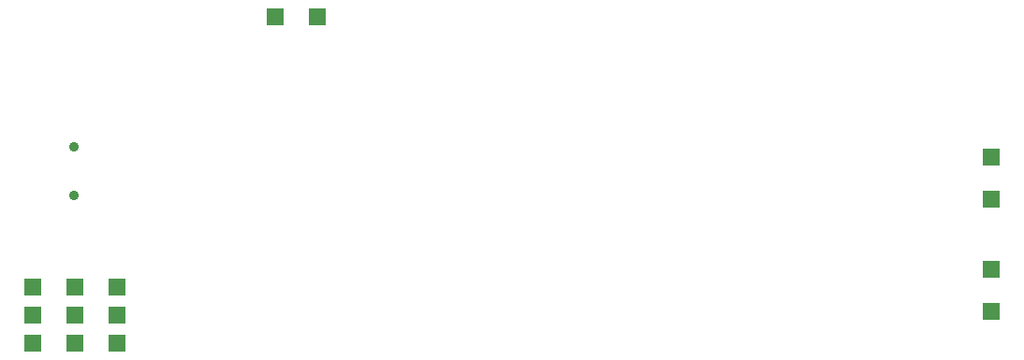
<source format=gbs>
G04 (created by PCBNEW (2013-may-18)-stable) date Sat 11 Jan 2014 03:04:39 PM CET*
%MOIN*%
G04 Gerber Fmt 3.4, Leading zero omitted, Abs format*
%FSLAX34Y34*%
G01*
G70*
G90*
G04 APERTURE LIST*
%ADD10C,0.00590551*%
%ADD11C,0.0354*%
%ADD12R,0.06X0.06*%
G04 APERTURE END LIST*
G54D10*
G54D11*
X12835Y-40134D03*
X12835Y-41866D03*
G54D12*
X12875Y-45125D03*
X11375Y-46125D03*
X45500Y-44500D03*
X21500Y-35500D03*
X14375Y-47125D03*
X20000Y-35500D03*
X12875Y-46125D03*
X11375Y-45125D03*
X12875Y-47125D03*
X14375Y-45125D03*
X11375Y-47125D03*
X14375Y-46125D03*
X45500Y-46000D03*
X45500Y-40500D03*
X45500Y-42000D03*
M02*

</source>
